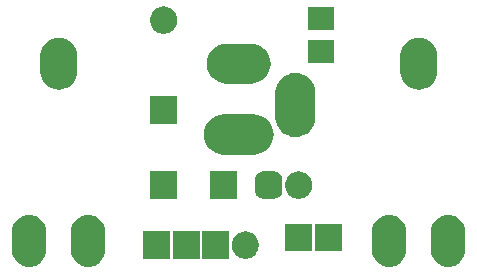
<source format=gbr>
G04 #@! TF.GenerationSoftware,KiCad,Pcbnew,5.1.6-c6e7f7d~87~ubuntu19.10.1*
G04 #@! TF.CreationDate,2022-01-09T06:03:03+06:00*
G04 #@! TF.ProjectId,1590N1_connector_board_r1,31353930-4e31-45f6-936f-6e6e6563746f,1A*
G04 #@! TF.SameCoordinates,Original*
G04 #@! TF.FileFunction,Soldermask,Bot*
G04 #@! TF.FilePolarity,Negative*
%FSLAX46Y46*%
G04 Gerber Fmt 4.6, Leading zero omitted, Abs format (unit mm)*
G04 Created by KiCad (PCBNEW 5.1.6-c6e7f7d~87~ubuntu19.10.1) date 2022-01-09 06:03:03*
%MOMM*%
%LPD*%
G01*
G04 APERTURE LIST*
%ADD10C,0.100000*%
G04 APERTURE END LIST*
D10*
G36*
X118434249Y-155575981D02*
G01*
X118570912Y-155617438D01*
X118707576Y-155658894D01*
X118959472Y-155793534D01*
X119180265Y-155974735D01*
X119361466Y-156195527D01*
X119496106Y-156447423D01*
X119579019Y-156720751D01*
X119600000Y-156933774D01*
X119600000Y-158576226D01*
X119579019Y-158789249D01*
X119496106Y-159062577D01*
X119361466Y-159314473D01*
X119180265Y-159535265D01*
X118959473Y-159716466D01*
X118707577Y-159851106D01*
X118570913Y-159892563D01*
X118434250Y-159934019D01*
X118150000Y-159962015D01*
X117865751Y-159934019D01*
X117729088Y-159892562D01*
X117592424Y-159851106D01*
X117340528Y-159716466D01*
X117119736Y-159535265D01*
X116938535Y-159314473D01*
X116803895Y-159062577D01*
X116720981Y-158789249D01*
X116700000Y-158576226D01*
X116700000Y-156933775D01*
X116720981Y-156720752D01*
X116720982Y-156720750D01*
X116803894Y-156447425D01*
X116803894Y-156447424D01*
X116938534Y-156195528D01*
X117119735Y-155974735D01*
X117340527Y-155793534D01*
X117592423Y-155658894D01*
X117729087Y-155617437D01*
X117865750Y-155575981D01*
X118150000Y-155547985D01*
X118434249Y-155575981D01*
G37*
G36*
X123434249Y-155575981D02*
G01*
X123570912Y-155617438D01*
X123707576Y-155658894D01*
X123959472Y-155793534D01*
X124180265Y-155974735D01*
X124361466Y-156195527D01*
X124496106Y-156447423D01*
X124579019Y-156720751D01*
X124600000Y-156933774D01*
X124600000Y-158576226D01*
X124579019Y-158789249D01*
X124496106Y-159062577D01*
X124361466Y-159314473D01*
X124180265Y-159535265D01*
X123959473Y-159716466D01*
X123707577Y-159851106D01*
X123570913Y-159892563D01*
X123434250Y-159934019D01*
X123150000Y-159962015D01*
X122865751Y-159934019D01*
X122729088Y-159892562D01*
X122592424Y-159851106D01*
X122340528Y-159716466D01*
X122119736Y-159535265D01*
X121938535Y-159314473D01*
X121803895Y-159062577D01*
X121720981Y-158789249D01*
X121700000Y-158576226D01*
X121700000Y-156933775D01*
X121720981Y-156720752D01*
X121720982Y-156720750D01*
X121803894Y-156447425D01*
X121803894Y-156447424D01*
X121938534Y-156195528D01*
X122119735Y-155974735D01*
X122340527Y-155793534D01*
X122592423Y-155658894D01*
X122729087Y-155617437D01*
X122865750Y-155575981D01*
X123150000Y-155547985D01*
X123434249Y-155575981D01*
G37*
G36*
X87954249Y-155575981D02*
G01*
X88090912Y-155617438D01*
X88227576Y-155658894D01*
X88479472Y-155793534D01*
X88700265Y-155974735D01*
X88881466Y-156195527D01*
X89016106Y-156447423D01*
X89099019Y-156720751D01*
X89120000Y-156933774D01*
X89120000Y-158576226D01*
X89099019Y-158789249D01*
X89016106Y-159062577D01*
X88881466Y-159314473D01*
X88700265Y-159535265D01*
X88479473Y-159716466D01*
X88227577Y-159851106D01*
X88090913Y-159892563D01*
X87954250Y-159934019D01*
X87670000Y-159962015D01*
X87385751Y-159934019D01*
X87249088Y-159892562D01*
X87112424Y-159851106D01*
X86860528Y-159716466D01*
X86639736Y-159535265D01*
X86458535Y-159314473D01*
X86323895Y-159062577D01*
X86240981Y-158789249D01*
X86220000Y-158576226D01*
X86220000Y-156933775D01*
X86240981Y-156720752D01*
X86240982Y-156720750D01*
X86323894Y-156447425D01*
X86323894Y-156447424D01*
X86458534Y-156195528D01*
X86639735Y-155974735D01*
X86860527Y-155793534D01*
X87112423Y-155658894D01*
X87249087Y-155617437D01*
X87385750Y-155575981D01*
X87670000Y-155547985D01*
X87954249Y-155575981D01*
G37*
G36*
X92954249Y-155575981D02*
G01*
X93090912Y-155617438D01*
X93227576Y-155658894D01*
X93479472Y-155793534D01*
X93700265Y-155974735D01*
X93881466Y-156195527D01*
X94016106Y-156447423D01*
X94099019Y-156720751D01*
X94120000Y-156933774D01*
X94120000Y-158576226D01*
X94099019Y-158789249D01*
X94016106Y-159062577D01*
X93881466Y-159314473D01*
X93700265Y-159535265D01*
X93479473Y-159716466D01*
X93227577Y-159851106D01*
X93090913Y-159892563D01*
X92954250Y-159934019D01*
X92670000Y-159962015D01*
X92385751Y-159934019D01*
X92249088Y-159892562D01*
X92112424Y-159851106D01*
X91860528Y-159716466D01*
X91639736Y-159535265D01*
X91458535Y-159314473D01*
X91323895Y-159062577D01*
X91240981Y-158789249D01*
X91220000Y-158576226D01*
X91220000Y-156933775D01*
X91240981Y-156720752D01*
X91240982Y-156720750D01*
X91323894Y-156447425D01*
X91323894Y-156447424D01*
X91458534Y-156195528D01*
X91639735Y-155974735D01*
X91860527Y-155793534D01*
X92112423Y-155658894D01*
X92249087Y-155617437D01*
X92385750Y-155575981D01*
X92670000Y-155547985D01*
X92954249Y-155575981D01*
G37*
G36*
X106209354Y-156987097D02*
G01*
X106320443Y-157009194D01*
X106443039Y-157059976D01*
X106529728Y-157095883D01*
X106718081Y-157221736D01*
X106878264Y-157381919D01*
X107004117Y-157570272D01*
X107040024Y-157656961D01*
X107090806Y-157779557D01*
X107135000Y-158001735D01*
X107135000Y-158228265D01*
X107090806Y-158450443D01*
X107040024Y-158573039D01*
X107004117Y-158659728D01*
X106878264Y-158848081D01*
X106718081Y-159008264D01*
X106529728Y-159134117D01*
X106443039Y-159170024D01*
X106320443Y-159220806D01*
X106209354Y-159242903D01*
X106098267Y-159265000D01*
X105871733Y-159265000D01*
X105760646Y-159242903D01*
X105649557Y-159220806D01*
X105526961Y-159170024D01*
X105440272Y-159134117D01*
X105251919Y-159008264D01*
X105091736Y-158848081D01*
X104965883Y-158659728D01*
X104929976Y-158573039D01*
X104879194Y-158450443D01*
X104835000Y-158228265D01*
X104835000Y-158001735D01*
X104879194Y-157779557D01*
X104929976Y-157656961D01*
X104965883Y-157570272D01*
X105091736Y-157381919D01*
X105251919Y-157221736D01*
X105440272Y-157095883D01*
X105526961Y-157059976D01*
X105649557Y-157009194D01*
X105760646Y-156987097D01*
X105871733Y-156965000D01*
X106098267Y-156965000D01*
X106209354Y-156987097D01*
G37*
G36*
X104635000Y-159265000D02*
G01*
X102335000Y-159265000D01*
X102335000Y-156965000D01*
X104635000Y-156965000D01*
X104635000Y-159265000D01*
G37*
G36*
X102135000Y-159265000D02*
G01*
X99835000Y-159265000D01*
X99835000Y-156965000D01*
X102135000Y-156965000D01*
X102135000Y-159265000D01*
G37*
G36*
X99635000Y-159265000D02*
G01*
X97335000Y-159265000D01*
X97335000Y-156965000D01*
X99635000Y-156965000D01*
X99635000Y-159265000D01*
G37*
G36*
X111640000Y-158630000D02*
G01*
X109340000Y-158630000D01*
X109340000Y-156330000D01*
X111640000Y-156330000D01*
X111640000Y-158630000D01*
G37*
G36*
X114180000Y-158630000D02*
G01*
X111880000Y-158630000D01*
X111880000Y-156330000D01*
X114180000Y-156330000D01*
X114180000Y-158630000D01*
G37*
G36*
X110714354Y-151907097D02*
G01*
X110825443Y-151929194D01*
X110948039Y-151979976D01*
X111034728Y-152015883D01*
X111223081Y-152141736D01*
X111383264Y-152301919D01*
X111509117Y-152490272D01*
X111544212Y-152575000D01*
X111595806Y-152699557D01*
X111640000Y-152921735D01*
X111640000Y-153148265D01*
X111595806Y-153370443D01*
X111545024Y-153493039D01*
X111509117Y-153579728D01*
X111383264Y-153768081D01*
X111223081Y-153928264D01*
X111034728Y-154054117D01*
X110948039Y-154090024D01*
X110825443Y-154140806D01*
X110714354Y-154162903D01*
X110603267Y-154185000D01*
X110376733Y-154185000D01*
X110265646Y-154162903D01*
X110154557Y-154140806D01*
X110031961Y-154090024D01*
X109945272Y-154054117D01*
X109756919Y-153928264D01*
X109596736Y-153768081D01*
X109470883Y-153579728D01*
X109434976Y-153493039D01*
X109384194Y-153370443D01*
X109340000Y-153148265D01*
X109340000Y-152921735D01*
X109384194Y-152699557D01*
X109435788Y-152575000D01*
X109470883Y-152490272D01*
X109596736Y-152301919D01*
X109756919Y-152141736D01*
X109945272Y-152015883D01*
X110031961Y-151979976D01*
X110154557Y-151929194D01*
X110265646Y-151907097D01*
X110376733Y-151885000D01*
X110603267Y-151885000D01*
X110714354Y-151907097D01*
G37*
G36*
X105290000Y-154185000D02*
G01*
X102990000Y-154185000D01*
X102990000Y-151885000D01*
X105290000Y-151885000D01*
X105290000Y-154185000D01*
G37*
G36*
X108560663Y-151898111D02*
G01*
X108686307Y-151936225D01*
X108802096Y-151998115D01*
X108903590Y-152081410D01*
X108986885Y-152182904D01*
X109048775Y-152298693D01*
X109086889Y-152424337D01*
X109100000Y-152557454D01*
X109100000Y-153512546D01*
X109086889Y-153645663D01*
X109048775Y-153771307D01*
X108986885Y-153887096D01*
X108903590Y-153988590D01*
X108802096Y-154071885D01*
X108686307Y-154133775D01*
X108560663Y-154171889D01*
X108427546Y-154185000D01*
X107472454Y-154185000D01*
X107339337Y-154171889D01*
X107213693Y-154133775D01*
X107097904Y-154071885D01*
X106996410Y-153988590D01*
X106913115Y-153887096D01*
X106851225Y-153771307D01*
X106813111Y-153645663D01*
X106800000Y-153512546D01*
X106800000Y-152557454D01*
X106813111Y-152424337D01*
X106851225Y-152298693D01*
X106913115Y-152182904D01*
X106996410Y-152081410D01*
X107097904Y-151998115D01*
X107213693Y-151936225D01*
X107339337Y-151898111D01*
X107472454Y-151885000D01*
X108427546Y-151885000D01*
X108560663Y-151898111D01*
G37*
G36*
X100210000Y-154185000D02*
G01*
X97910000Y-154185000D01*
X97910000Y-151885000D01*
X100210000Y-151885000D01*
X100210000Y-154185000D01*
G37*
G36*
X106993258Y-147079597D02*
G01*
X107313711Y-147176806D01*
X107609036Y-147334661D01*
X107609037Y-147334662D01*
X107609039Y-147334663D01*
X107613731Y-147338514D01*
X107867897Y-147547103D01*
X108080339Y-147805964D01*
X108238194Y-148101289D01*
X108335403Y-148421742D01*
X108368225Y-148755000D01*
X108335403Y-149088258D01*
X108238194Y-149408711D01*
X108080339Y-149704036D01*
X108080337Y-149704039D01*
X107867897Y-149962897D01*
X107609039Y-150175337D01*
X107609037Y-150175338D01*
X107609036Y-150175339D01*
X107313711Y-150333194D01*
X106993258Y-150430403D01*
X106743514Y-150455000D01*
X104076486Y-150455000D01*
X103826742Y-150430403D01*
X103506289Y-150333194D01*
X103210964Y-150175339D01*
X103210963Y-150175338D01*
X103210961Y-150175337D01*
X102952103Y-149962897D01*
X102739663Y-149704039D01*
X102739661Y-149704036D01*
X102581806Y-149408711D01*
X102484597Y-149088258D01*
X102451775Y-148755000D01*
X102484597Y-148421742D01*
X102581806Y-148101289D01*
X102739661Y-147805964D01*
X102952103Y-147547103D01*
X103206269Y-147338514D01*
X103210961Y-147334663D01*
X103210963Y-147334662D01*
X103210964Y-147334661D01*
X103506289Y-147176806D01*
X103826742Y-147079597D01*
X104076486Y-147055000D01*
X106743514Y-147055000D01*
X106993258Y-147079597D01*
G37*
G36*
X110543257Y-143579597D02*
G01*
X110863710Y-143676806D01*
X111159036Y-143834661D01*
X111159038Y-143834663D01*
X111417897Y-144047103D01*
X111630337Y-144305961D01*
X111630338Y-144305963D01*
X111630339Y-144305964D01*
X111788194Y-144601289D01*
X111885403Y-144921742D01*
X111910000Y-145171486D01*
X111910000Y-147338514D01*
X111885403Y-147588258D01*
X111788194Y-147908711D01*
X111630339Y-148204036D01*
X111630337Y-148204039D01*
X111417897Y-148462897D01*
X111159039Y-148675337D01*
X111159037Y-148675338D01*
X111159036Y-148675339D01*
X110863711Y-148833194D01*
X110543258Y-148930403D01*
X110210000Y-148963225D01*
X109876743Y-148930403D01*
X109556290Y-148833194D01*
X109260965Y-148675339D01*
X109260964Y-148675338D01*
X109260962Y-148675337D01*
X109002104Y-148462897D01*
X108789664Y-148204039D01*
X108789662Y-148204036D01*
X108631807Y-147908711D01*
X108534598Y-147588258D01*
X108510001Y-147338514D01*
X108510000Y-145171487D01*
X108534597Y-144921743D01*
X108631806Y-144601290D01*
X108789661Y-144305964D01*
X109002103Y-144047103D01*
X109104708Y-143962897D01*
X109260961Y-143834663D01*
X109260963Y-143834662D01*
X109260964Y-143834661D01*
X109556289Y-143676806D01*
X109876742Y-143579597D01*
X110210000Y-143546775D01*
X110543257Y-143579597D01*
G37*
G36*
X100210000Y-147835000D02*
G01*
X97910000Y-147835000D01*
X97910000Y-145535000D01*
X100210000Y-145535000D01*
X100210000Y-147835000D01*
G37*
G36*
X90473852Y-140577427D02*
G01*
X90766029Y-140666059D01*
X91035297Y-140809985D01*
X91271318Y-141003682D01*
X91465015Y-141239702D01*
X91608941Y-141508970D01*
X91697573Y-141801147D01*
X91720000Y-142028857D01*
X91720000Y-143481143D01*
X91697573Y-143708853D01*
X91608941Y-144001030D01*
X91465015Y-144270298D01*
X91271318Y-144506318D01*
X91035298Y-144700015D01*
X90766030Y-144843941D01*
X90473853Y-144932573D01*
X90170000Y-144962499D01*
X89866148Y-144932573D01*
X89573971Y-144843941D01*
X89304703Y-144700015D01*
X89068683Y-144506318D01*
X88874986Y-144270298D01*
X88731060Y-144001030D01*
X88731059Y-144001029D01*
X88680592Y-143834663D01*
X88642427Y-143708853D01*
X88620000Y-143481143D01*
X88620000Y-142028858D01*
X88642427Y-141801148D01*
X88731059Y-141508971D01*
X88874985Y-141239703D01*
X89068682Y-141003682D01*
X89304702Y-140809985D01*
X89573970Y-140666059D01*
X89866147Y-140577427D01*
X90170000Y-140547501D01*
X90473852Y-140577427D01*
G37*
G36*
X120953852Y-140577427D02*
G01*
X121246029Y-140666059D01*
X121515297Y-140809985D01*
X121751318Y-141003682D01*
X121945015Y-141239702D01*
X122088941Y-141508970D01*
X122177573Y-141801147D01*
X122200000Y-142028857D01*
X122200000Y-143481143D01*
X122177573Y-143708853D01*
X122088941Y-144001030D01*
X121945015Y-144270298D01*
X121751318Y-144506318D01*
X121515298Y-144700015D01*
X121246030Y-144843941D01*
X120953853Y-144932573D01*
X120650000Y-144962499D01*
X120346148Y-144932573D01*
X120053971Y-144843941D01*
X119784703Y-144700015D01*
X119548683Y-144506318D01*
X119354986Y-144270298D01*
X119211060Y-144001030D01*
X119211059Y-144001029D01*
X119160592Y-143834663D01*
X119122427Y-143708853D01*
X119100000Y-143481143D01*
X119100000Y-142028858D01*
X119122427Y-141801148D01*
X119211059Y-141508971D01*
X119354985Y-141239703D01*
X119548682Y-141003682D01*
X119784702Y-140809985D01*
X120053970Y-140666059D01*
X120346147Y-140577427D01*
X120650000Y-140547501D01*
X120953852Y-140577427D01*
G37*
G36*
X106743258Y-141079597D02*
G01*
X107063711Y-141176806D01*
X107359036Y-141334661D01*
X107359037Y-141334662D01*
X107359039Y-141334663D01*
X107571432Y-141508970D01*
X107617897Y-141547103D01*
X107830339Y-141805964D01*
X107988194Y-142101289D01*
X108085403Y-142421742D01*
X108118225Y-142755000D01*
X108085403Y-143088258D01*
X107988194Y-143408711D01*
X107830339Y-143704036D01*
X107830337Y-143704039D01*
X107617897Y-143962897D01*
X107359039Y-144175337D01*
X107359037Y-144175338D01*
X107359036Y-144175339D01*
X107063711Y-144333194D01*
X106743258Y-144430403D01*
X106493514Y-144455000D01*
X104326486Y-144455000D01*
X104076742Y-144430403D01*
X103756289Y-144333194D01*
X103460964Y-144175339D01*
X103460963Y-144175338D01*
X103460961Y-144175337D01*
X103202103Y-143962897D01*
X102989663Y-143704039D01*
X102989661Y-143704036D01*
X102831806Y-143408711D01*
X102734597Y-143088258D01*
X102701775Y-142755000D01*
X102734597Y-142421742D01*
X102831806Y-142101289D01*
X102989661Y-141805964D01*
X103202103Y-141547103D01*
X103248568Y-141508970D01*
X103460961Y-141334663D01*
X103460963Y-141334662D01*
X103460964Y-141334661D01*
X103756289Y-141176806D01*
X104076742Y-141079597D01*
X104326486Y-141055000D01*
X106493514Y-141055000D01*
X106743258Y-141079597D01*
G37*
G36*
X113495000Y-142735000D02*
G01*
X111295000Y-142735000D01*
X111295000Y-140735000D01*
X113495000Y-140735000D01*
X113495000Y-142735000D01*
G37*
G36*
X99273812Y-137935000D02*
G01*
X99395443Y-137959194D01*
X99518039Y-138009976D01*
X99604728Y-138045883D01*
X99793081Y-138171736D01*
X99953264Y-138331919D01*
X100079117Y-138520272D01*
X100115024Y-138606961D01*
X100165806Y-138729557D01*
X100210000Y-138951735D01*
X100210000Y-139178265D01*
X100165806Y-139400443D01*
X100115024Y-139523039D01*
X100079117Y-139609728D01*
X99953264Y-139798081D01*
X99793081Y-139958264D01*
X99604728Y-140084117D01*
X99518039Y-140120024D01*
X99395443Y-140170806D01*
X99284354Y-140192903D01*
X99173267Y-140215000D01*
X98946733Y-140215000D01*
X98835646Y-140192903D01*
X98724557Y-140170806D01*
X98601961Y-140120024D01*
X98515272Y-140084117D01*
X98326919Y-139958264D01*
X98166736Y-139798081D01*
X98040883Y-139609728D01*
X98004976Y-139523039D01*
X97954194Y-139400443D01*
X97910000Y-139178265D01*
X97910000Y-138951735D01*
X97954194Y-138729557D01*
X98004976Y-138606961D01*
X98040883Y-138520272D01*
X98166736Y-138331919D01*
X98326919Y-138171736D01*
X98515272Y-138045883D01*
X98601961Y-138009976D01*
X98724557Y-137959194D01*
X98846188Y-137935000D01*
X98946733Y-137915000D01*
X99173267Y-137915000D01*
X99273812Y-137935000D01*
G37*
G36*
X113495000Y-139935000D02*
G01*
X111295000Y-139935000D01*
X111295000Y-137935000D01*
X113495000Y-137935000D01*
X113495000Y-139935000D01*
G37*
M02*

</source>
